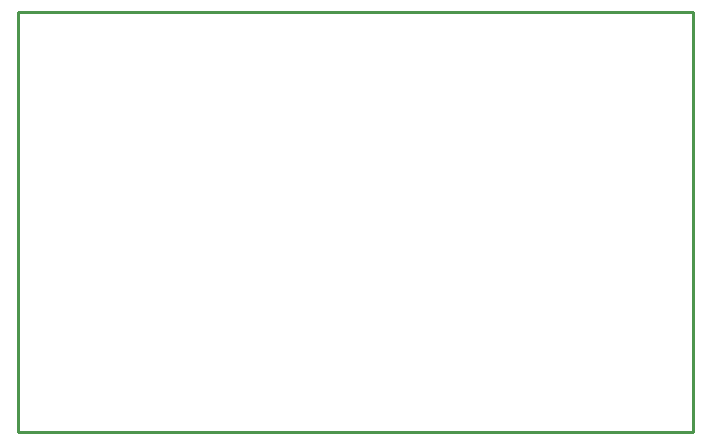
<source format=gbr>
G04 start of page 4 for group 2 idx 2 *
G04 Title: (unknown), outline *
G04 Creator: pcb 20110918 *
G04 CreationDate: Fri 20 Jun 2014 04:10:56 PM GMT UTC *
G04 For: ndholmes *
G04 Format: Gerber/RS-274X *
G04 PCB-Dimensions: 225000 140000 *
G04 PCB-Coordinate-Origin: lower left *
%MOIN*%
%FSLAX25Y25*%
%LNOUTLINE*%
%ADD49C,0.0100*%
G54D49*X0Y140000D02*X180000D01*
X0Y58000D02*Y140000D01*
X179000D02*X225000D01*
Y0D01*
X0D01*
Y78000D01*
M02*

</source>
